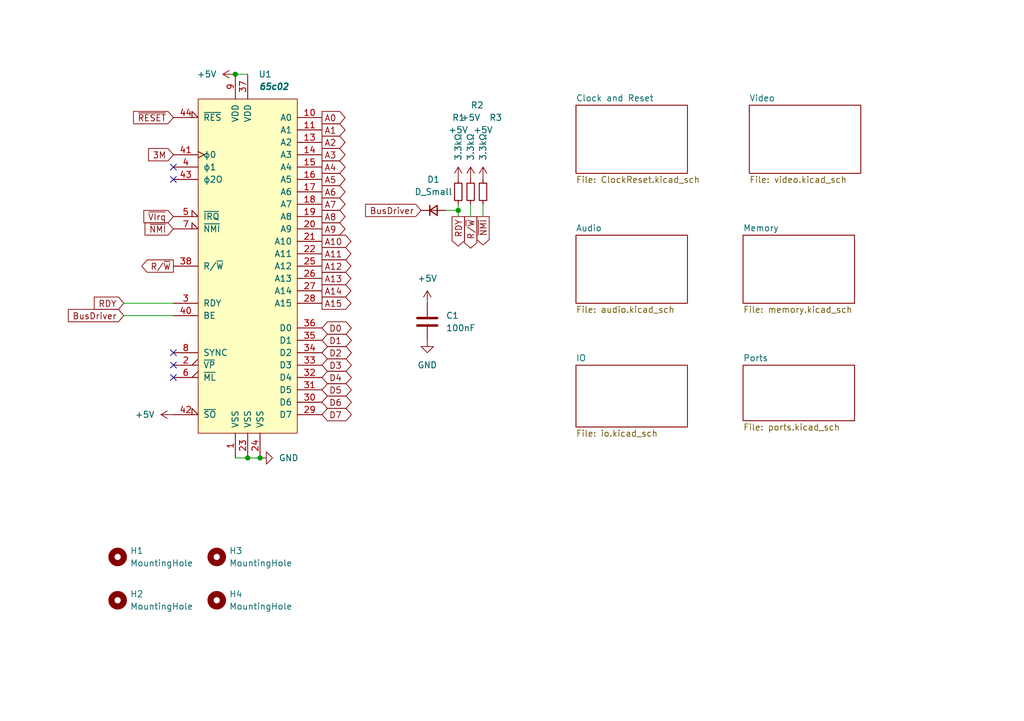
<source format=kicad_sch>
(kicad_sch (version 20230121) (generator eeschema)
  (paper "A5")
  (title_block (title "KITTY Computer"))
  (lib_symbols
    (symbol "65xx:W65C02SxPL" (pin_names (offset 1.016))
      (property "Reference" "U" (at -10.16 35.56 0))
      (property "Value" "W65C02SxPL" (at 0 0 90))
      (symbol "W65C02SxPL_0_1"
        (rectangle (start -10.16 34.29) (end 10.16 -34.29) (fill (type background)))
      )
      (symbol "W65C02SxPL_1_1"
        (pin power_in line (at -2.54 -39.37 90) (length 5.08) (name "VSS") (number "1"))
        (pin tri_state line (at 15.24 30.48 180) (length 5.08) (name "A0") (number "10"))
        (pin tri_state line (at 15.24 27.94 180) (length 5.08) (name "A1") (number "11"))
        (pin no_connect non_logic (at -10.16 -25.4 0) (length 2.54) hide (name "nc") (number "12"))
        (pin tri_state line (at 15.24 25.4 180) (length 5.08) (name "A2") (number "13"))
        (pin tri_state line (at 15.24 22.86 180) (length 5.08) (name "A3") (number "14"))
        (pin tri_state line (at 15.24 20.32 180) (length 5.08) (name "A4") (number "15"))
        (pin tri_state line (at 15.24 17.78 180) (length 5.08) (name "A5") (number "16"))
        (pin tri_state line (at 15.24 15.24 180) (length 5.08) (name "A6") (number "17"))
        (pin tri_state line (at 15.24 12.7 180) (length 5.08) (name "A7") (number "18"))
        (pin tri_state line (at 15.24 10.16 180) (length 5.08) (name "A8") (number "19"))
        (pin output output_low (at -15.24 -20.32 0) (length 5.08) (name "~{VP}") (number "2"))
        (pin tri_state line (at 15.24 7.62 180) (length 5.08) (name "A9") (number "20"))
        (pin tri_state line (at 15.24 5.08 180) (length 5.08) (name "A10") (number "21"))
        (pin tri_state line (at 15.24 2.54 180) (length 5.08) (name "A11") (number "22"))
        (pin power_in line (at 0 -39.37 90) (length 5.08) (name "VSS") (number "23"))
        (pin power_in line (at 2.54 -39.37 90) (length 5.08) (name "VSS") (number "24"))
        (pin tri_state line (at 15.24 0 180) (length 5.08) (name "A12") (number "25"))
        (pin tri_state line (at 15.24 -2.54 180) (length 5.08) (name "A13") (number "26"))
        (pin tri_state line (at 15.24 -5.08 180) (length 5.08) (name "A14") (number "27"))
        (pin tri_state line (at 15.24 -7.62 180) (length 5.08) (name "A15") (number "28"))
        (pin bidirectional line (at 15.24 -30.48 180) (length 5.08) (name "D7") (number "29"))
        (pin open_collector line (at -15.24 -7.62 0) (length 5.08) (name "RDY") (number "3"))
        (pin bidirectional line (at 15.24 -27.94 180) (length 5.08) (name "D6") (number "30"))
        (pin bidirectional line (at 15.24 -25.4 180) (length 5.08) (name "D5") (number "31"))
        (pin bidirectional line (at 15.24 -22.86 180) (length 5.08) (name "D4") (number "32"))
        (pin bidirectional line (at 15.24 -20.32 180) (length 5.08) (name "D3") (number "33"))
        (pin bidirectional line (at 15.24 -17.78 180) (length 5.08) (name "D2") (number "34"))
        (pin bidirectional line (at 15.24 -15.24 180) (length 5.08) (name "D1") (number "35"))
        (pin bidirectional line (at 15.24 -12.7 180) (length 5.08) (name "D0") (number "36"))
        (pin power_in line (at 0 39.37 270) (length 5.08) (name "VDD") (number "37"))
        (pin tri_state line (at -15.24 0 0) (length 5.08) (name "R/~{W}") (number "38"))
        (pin no_connect non_logic (at -10.16 -27.94 0) (length 2.54) hide (name "nc") (number "39"))
        (pin output line (at -15.24 20.32 0) (length 5.08) (name "ϕ1") (number "4"))
        (pin input line (at -15.24 -10.16 0) (length 5.08) (name "BE") (number "40"))
        (pin input clock (at -15.24 22.86 0) (length 5.08) (name "ϕ0") (number "41"))
        (pin input input_low (at -15.24 -30.48 0) (length 5.08) (name "~{SO}") (number "42"))
        (pin output line (at -15.24 17.78 0) (length 5.08) (name "ϕ2O") (number "43"))
        (pin input input_low (at -15.24 30.48 0) (length 5.08) (name "~{RES}") (number "44"))
        (pin input input_low (at -15.24 10.16 0) (length 5.08) (name "~{IRQ}") (number "5"))
        (pin output output_low (at -15.24 -22.86 0) (length 5.08) (name "~{ML}") (number "6"))
        (pin input input_low (at -15.24 7.62 0) (length 5.08) (name "~{NMI}") (number "7"))
        (pin output line (at -15.24 -17.78 0) (length 5.08) (name "SYNC") (number "8"))
        (pin power_in line (at -2.54 39.37 270) (length 5.08) (name "VDD") (number "9"))
      )
    )
    (symbol "Device:C" (pin_numbers hide) (pin_names (offset 0.254))
      (property "Reference" "C" (at 0.635 2.54 0))
      (property "Value" "C" (at 0.635 -2.54 0))
      (symbol "C_0_1"
        (polyline (pts (xy -2.032 -0.762) (xy 2.032 -0.762)) (stroke (width 0.508)))
        (polyline (pts (xy -2.032 0.762) (xy 2.032 0.762)) (stroke (width 0.508)))
      )
      (symbol "C_1_1"
        (pin passive line (at 0 3.81 270) (length 2.794) (name "~") (number "1"))
        (pin passive line (at 0 -3.81 90) (length 2.794) (name "~") (number "2"))
      )
    )
    (symbol "Device:D_Small" (pin_numbers hide) (pin_names (offset 0.254) hide)
      (property "Reference" "D" (at -1.27 2.032 0))
      (property "Value" "D_Small" (at -3.81 -2.032 0))
      (symbol "D_Small_0_1"
        (polyline (pts (xy -0.762 -1.016) (xy -0.762 1.016)) (stroke (width 0.254)))
        (polyline (pts (xy -0.762 0) (xy 0.762 0)))
        (polyline (pts (xy 0.762 -1.016) (xy -0.762 0) (xy 0.762 1.016) (xy 0.762 -1.016)) (stroke (width 0.254)))
      )
      (symbol "D_Small_1_1"
        (pin passive line (at -2.54 0 0) (length 1.778) (name "K") (number "1"))
        (pin passive line (at 2.54 0 180) (length 1.778) (name "A") (number "2"))
      )
    )
    (symbol "Device:R_Small" (pin_numbers hide) (pin_names (offset 0.254) hide)
      (property "Reference" "R" (at 0.762 0.508 0))
      (property "Value" "R_Small" (at 0.762 -1.016 0))
      (symbol "R_Small_0_1"
        (rectangle (start -0.762 1.778) (end 0.762 -1.778) (stroke (width 0.2032)))
      )
      (symbol "R_Small_1_1"
        (pin passive line (at 0 2.54 270) (length 0.762) (name "~") (number "1"))
        (pin passive line (at 0 -2.54 90) (length 0.762) (name "~") (number "2"))
      )
    )
    (symbol "Mechanical:MountingHole" (pin_names (offset 1.016))
      (property "Reference" "H" (at 0 5.08 0))
      (property "Value" "MountingHole" (at 0 3.175 0))
      (symbol "MountingHole_0_1"
        (circle (center 0 0) (radius 1.27) (stroke (width 1.27)))
      )
    )
    (symbol "power:+5V" (power) (pin_names (offset 0))
      (property "Value" "+5V" (at 0 3.556 0))
      (symbol "+5V_0_1"
        (polyline (pts (xy -0.762 1.27) (xy 0 2.54)))
        (polyline (pts (xy 0 0) (xy 0 2.54)))
        (polyline (pts (xy 0 2.54) (xy 0.762 1.27)))
      )
      (symbol "+5V_1_1"
        (pin power_in line (at 0 0 90) (length 0) hide (name "+5V") (number "1"))
      )
    )
    (symbol "power:GND" (power) (pin_names (offset 0))
      (property "Value" "GND" (at 0 -3.81 0))
      (symbol "GND_0_1"
        (polyline (pts (xy 0 0) (xy 0 -1.27) (xy 1.27 -1.27) (xy 0 -2.54) (xy -1.27 -1.27) (xy 0 -1.27)))
      )
      (symbol "GND_1_1"
        (pin power_in line (at 0 0 270) (length 0) hide (name "GND") (number "1"))
      )
    )
  )
  (junction (at 93.98 43.18))
  (junction (at 50.8 93.98))
  (junction (at 53.34 93.98))
  (junction (at 48.26 15.24))
  (no_connect (at 35.56 34.29))
  (no_connect (at 35.56 77.47))
  (no_connect (at 35.56 36.83))
  (no_connect (at 35.56 72.39))
  (no_connect (at 35.56 74.93))
  (wire (pts (xy 25.4 64.77) (xy 35.56 64.77)))
  (wire (pts (xy 48.26 15.24) (xy 50.8 15.24)))
  (wire (pts (xy 93.98 41.91) (xy 93.98 43.18)))
  (wire (pts (xy 48.26 93.98) (xy 50.8 93.98)))
  (wire (pts (xy 99.06 41.91) (xy 99.06 44.45)))
  (wire (pts (xy 93.98 43.18) (xy 93.98 44.45)))
  (wire (pts (xy 50.8 93.98) (xy 53.34 93.98)))
  (wire (pts (xy 25.4 62.23) (xy 35.56 62.23)))
  (wire (pts (xy 91.44 43.18) (xy 93.98 43.18)))
  (wire (pts (xy 96.52 41.91) (xy 96.52 44.45)))
  (global_label "RDY" (shape output) (at 93.98 44.45 270) (property "Intersheetrefs" "${INTERSHEET_REFS}" (effects hide)))
  (global_label "D4" (shape bidirectional) (at 66.04 77.47 0) (property "Intersheetrefs" "${INTERSHEET_REFS}" (effects hide)))
  (global_label "R{slash}~{W}" (shape output) (at 96.52 44.45 270) (property "Intersheetrefs" "${INTERSHEET_REFS}" (effects hide)))
  (global_label "A6" (shape output) (at 66.04 39.37 0) (property "Intersheetrefs" "${INTERSHEET_REFS}" (effects hide)))
  (global_label "A7" (shape output) (at 66.04 41.91 0) (property "Intersheetrefs" "${INTERSHEET_REFS}" (effects hide)))
  (global_label "RDY" (shape input) (at 25.4 62.23 180) (property "Intersheetrefs" "${INTERSHEET_REFS}" (effects hide)))
  (global_label "A2" (shape output) (at 66.04 29.21 0) (property "Intersheetrefs" "${INTERSHEET_REFS}" (effects hide)))
  (global_label "D3" (shape bidirectional) (at 66.04 74.93 0) (property "Intersheetrefs" "${INTERSHEET_REFS}" (effects hide)))
  (global_label "A10" (shape output) (at 66.04 49.53 0) (property "Intersheetrefs" "${INTERSHEET_REFS}" (effects hide)))
  (global_label "D7" (shape bidirectional) (at 66.04 85.09 0) (property "Intersheetrefs" "${INTERSHEET_REFS}" (effects hide)))
  (global_label "A0" (shape output) (at 66.04 24.13 0) (property "Intersheetrefs" "${INTERSHEET_REFS}" (effects hide)))
  (global_label "A1" (shape output) (at 66.04 26.67 0) (property "Intersheetrefs" "${INTERSHEET_REFS}" (effects hide)))
  (global_label "BusDriver" (shape input) (at 86.36 43.18 180) (property "Intersheetrefs" "${INTERSHEET_REFS}" (effects hide)))
  (global_label "A15" (shape output) (at 66.04 62.23 0) (property "Intersheetrefs" "${INTERSHEET_REFS}" (effects hide)))
  (global_label "A5" (shape output) (at 66.04 36.83 0) (property "Intersheetrefs" "${INTERSHEET_REFS}" (effects hide)))
  (global_label "A9" (shape output) (at 66.04 46.99 0) (property "Intersheetrefs" "${INTERSHEET_REFS}" (effects hide)))
  (global_label "~{VIrq}" (shape input) (at 35.56 44.45 180) (property "Intersheetrefs" "${INTERSHEET_REFS}" (effects hide)))
  (global_label "A13" (shape output) (at 66.04 57.15 0) (property "Intersheetrefs" "${INTERSHEET_REFS}" (effects hide)))
  (global_label "A3" (shape output) (at 66.04 31.75 0) (property "Intersheetrefs" "${INTERSHEET_REFS}" (effects hide)))
  (global_label "A14" (shape output) (at 66.04 59.69 0) (property "Intersheetrefs" "${INTERSHEET_REFS}" (effects hide)))
  (global_label "A8" (shape output) (at 66.04 44.45 0) (property "Intersheetrefs" "${INTERSHEET_REFS}" (effects hide)))
  (global_label "D1" (shape bidirectional) (at 66.04 69.85 0) (property "Intersheetrefs" "${INTERSHEET_REFS}" (effects hide)))
  (global_label "D5" (shape bidirectional) (at 66.04 80.01 0) (property "Intersheetrefs" "${INTERSHEET_REFS}" (effects hide)))
  (global_label "~{NMI}" (shape input) (at 35.56 46.99 180) (property "Intersheetrefs" "${INTERSHEET_REFS}" (effects hide)))
  (global_label "~{RESET}" (shape input) (at 35.56 24.13 180) (property "Intersheetrefs" "${INTERSHEET_REFS}" (effects hide)))
  (global_label "D2" (shape bidirectional) (at 66.04 72.39 0) (property "Intersheetrefs" "${INTERSHEET_REFS}" (effects hide)))
  (global_label "R{slash}~{W}" (shape output) (at 35.56 54.61 180) (property "Intersheetrefs" "${INTERSHEET_REFS}" (effects hide)))
  (global_label "D6" (shape bidirectional) (at 66.04 82.55 0) (property "Intersheetrefs" "${INTERSHEET_REFS}" (effects hide)))
  (global_label "A11" (shape output) (at 66.04 52.07 0) (property "Intersheetrefs" "${INTERSHEET_REFS}" (effects hide)))
  (global_label "A4" (shape output) (at 66.04 34.29 0) (property "Intersheetrefs" "${INTERSHEET_REFS}" (effects hide)))
  (global_label "A12" (shape output) (at 66.04 54.61 0) (property "Intersheetrefs" "${INTERSHEET_REFS}" (effects hide)))
  (global_label "D0" (shape bidirectional) (at 66.04 67.31 0) (property "Intersheetrefs" "${INTERSHEET_REFS}" (effects hide)))
  (global_label "~{NMI}" (shape output) (at 99.06 44.45 270) (property "Intersheetrefs" "${INTERSHEET_REFS}" (effects hide)))
  (global_label "3M" (shape input) (at 35.56 31.75 180) (property "Intersheetrefs" "${INTERSHEET_REFS}" (effects hide)))
  (global_label "BusDriver" (shape input) (at 25.4 64.77 180) (property "Intersheetrefs" "${INTERSHEET_REFS}" (effects hide)))
  (symbol (lib_id "power:GND") (at 53.34 93.98 90) (unit 1)
    (property "Reference" "#PWR03" (effects hide))
    (property "Value" "GND" (at 57.15 93.98 90) (effects (justify right)))
  )
  (symbol (lib_id "power:+5V") (at 48.26 15.24 90) (unit 1)
    (property "Reference" "#PWR02" (effects hide))
    (property "Value" "+5V" (at 44.45 15.24 90) (effects (justify left)))
  )
  (symbol (lib_id "power:+5V") (at 99.06 36.83 0) (unit 1)
    (property "Reference" "#PWR08" (effects hide))
    (property "Value" "+5V" (at 99.06 26.67 0))
  )
  (symbol (lib_id "Device:R_Small") (at 99.06 39.37 180) (unit 1)
    (property "Reference" "R3" (at 100.33 24.13 0) (effects (justify right)))
    (property "Value" "3.3kΩ" (at 99.06 33.02 90) (effects (justify right)))
    (property "Footprint" "Resistor_THT:R_Axial_DIN0204_L3.6mm_D1.6mm_P7.62mm_Horizontal" (effects hide))
  )
  (symbol (lib_id "65xx:W65C02SxPL") (at 50.8 54.61 0) (unit 1)
    (property "Reference" "U1" (at 52.9941 15.24 0) (effects (justify left)))
    (property "Value" "65c02" (at 52.9941 17.78 0) (effects (font bold italic) (justify left)))
    (property "Footprint" "PCM_Package_LCC_AKL:PLCC-44_THT-Socket" (effects hide))
    (property "Datasheet" "http://www.westerndesigncenter.com/wdc/documentation/w65c02s.pdf" (effects hide))
  )
  (symbol (lib_id "Device:R_Small") (at 96.52 39.37 180) (unit 1)
    (property "Reference" "R2" (at 96.52 21.59 0) (effects (justify right)))
    (property "Value" "3.3kΩ" (at 96.52 33.02 90) (effects (justify right)))
    (property "Footprint" "Resistor_THT:R_Axial_DIN0204_L3.6mm_D1.6mm_P7.62mm_Horizontal" (effects hide))
  )
  (symbol (lib_id "Device:R_Small") (at 93.98 39.37 180) (unit 1)
    (property "Reference" "R1" (at 92.71 24.13 0) (effects (justify right)))
    (property "Value" "3.3kΩ" (at 93.98 33.02 90) (effects (justify right)))
    (property "Footprint" "Resistor_THT:R_Axial_DIN0204_L3.6mm_D1.6mm_P7.62mm_Horizontal" (effects hide))
  )
  (symbol (lib_id "Mechanical:MountingHole") (at 44.45 114.3 0) (unit 1)
    (property "Reference" "H3" (at 46.99 113.03 0) (effects (justify left)))
    (property "Value" "MountingHole" (at 46.99 115.57 0) (effects (justify left)))
    (property "Footprint" "MountingHole:MountingHole_3.2mm_M3_ISO14580" (effects hide))
  )
  (symbol (lib_id "power:+5V") (at 93.98 36.83 0) (unit 1)
    (property "Reference" "#PWR06" (effects hide))
    (property "Value" "+5V" (at 93.98 26.67 0))
  )
  (symbol (lib_id "Mechanical:MountingHole") (at 44.45 123.19 0) (unit 1)
    (property "Reference" "H4" (at 46.99 121.92 0) (effects (justify left)))
    (property "Value" "MountingHole" (at 46.99 124.46 0) (effects (justify left)))
    (property "Footprint" "MountingHole:MountingHole_3.2mm_M3_ISO14580" (effects hide))
  )
  (symbol (lib_id "Device:D_Small") (at 88.9 43.18 0) (unit 1)
    (property "Reference" "D1" (at 88.9 36.83 0))
    (property "Value" "D_Small" (at 88.9 39.37 0))
    (property "Sim.Device" "D" (effects hide))
    (property "Sim.Pins" "1=K 2=A" (effects hide))
  )
  (symbol (lib_id "Device:C") (at 87.63 66.04 0) (unit 1)
    (property "Reference" "C1" (at 91.44 64.77 0) (effects (justify left)))
    (property "Value" "100nF" (at 91.44 67.31 0) (effects (justify left)))
    (property "Footprint" "Capacitor_THT:C_Disc_D3.0mm_W2.0mm_P2.50mm" (effects hide))
  )
  (symbol (lib_id "Mechanical:MountingHole") (at 24.13 114.3 0) (unit 1)
    (property "Reference" "H1" (at 26.67 113.03 0) (effects (justify left)))
    (property "Value" "MountingHole" (at 26.67 115.57 0) (effects (justify left)))
    (property "Footprint" "MountingHole:MountingHole_3.2mm_M3_ISO14580" (effects hide))
  )
  (symbol (lib_id "Mechanical:MountingHole") (at 24.13 123.19 0) (unit 1)
    (property "Reference" "H2" (at 26.67 121.92 0) (effects (justify left)))
    (property "Value" "MountingHole" (at 26.67 124.46 0) (effects (justify left)))
    (property "Footprint" "MountingHole:MountingHole_3.2mm_M3_ISO14580" (effects hide))
  )
  (symbol (lib_id "power:+5V") (at 35.56 85.09 90) (unit 1)
    (property "Reference" "#PWR01" (effects hide))
    (property "Value" "+5V" (at 31.75 85.09 90) (effects (justify left)))
  )
  (symbol (lib_id "power:+5V") (at 96.52 36.83 0) (unit 1)
    (property "Reference" "#PWR07" (effects hide))
    (property "Value" "+5V" (at 96.52 24.13 0))
  )
  (symbol (lib_id "power:GND") (at 87.63 69.85 0) (unit 1)
    (property "Reference" "#PWR05" (effects hide))
    (property "Value" "GND" (at 87.63 74.93 0))
  )
  (symbol (lib_id "power:+5V") (at 87.63 62.23 0) (unit 1)
    (property "Reference" "#PWR04" (effects hide))
    (property "Value" "+5V" (at 87.63 57.15 0))
  )
  (sheet (at 153.67 21.59) (size 22.86 13.97) (stroke (width 0.1524))
    (property "Sheetname" "Video" (at 153.67 20.8784 0) (effects (justify left bottom)))
    (property "Sheetfile" "video.kicad_sch" (at 153.67 36.1446 0) (effects (justify left top)))
  )
  (sheet (at 118.11 48.26) (size 22.86 13.97) (stroke (width 0.1524))
    (property "Sheetname" "Audio" (at 118.11 47.5484 0) (effects (justify left bottom)))
    (property "Sheetfile" "audio.kicad_sch" (at 118.11 62.8146 0) (effects (justify left top)))
  )
  (sheet (at 118.11 21.59) (size 22.86 13.97) (stroke (width 0.1524))
    (property "Sheetname" "Clock and Reset" (at 118.11 20.8784 0) (effects (justify left bottom)))
    (property "Sheetfile" "ClockReset.kicad_sch" (at 118.11 36.1446 0) (effects (justify left top)))
  )
  (sheet (at 118.11 74.93) (size 22.86 12.7) (stroke (width 0.1524))
    (property "Sheetname" "IO" (at 118.11 74.2184 0) (effects (justify left bottom)))
    (property "Sheetfile" "io.kicad_sch" (at 118.11 88.2146 0) (effects (justify left top)))
  )
  (sheet (at 152.4 74.93) (size 22.86 11.43) (stroke (width 0.1524))
    (property "Sheetname" "Ports" (at 152.4 74.2184 0) (effects (justify left bottom)))
    (property "Sheetfile" "ports.kicad_sch" (at 152.4 86.9446 0) (effects (justify left top)))
  )
  (sheet (at 152.4 48.26) (size 22.86 13.97) (stroke (width 0.1524))
    (property "Sheetname" "Memory" (at 152.4 47.5484 0) (effects (justify left bottom)))
    (property "Sheetfile" "memory.kicad_sch" (at 152.4 62.8146 0) (effects (justify left top)))
  )
)
</source>
